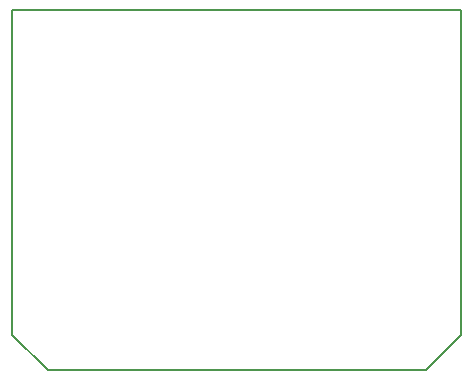
<source format=gm1>
G04 #@! TF.GenerationSoftware,KiCad,Pcbnew,5.0.2-bee76a0~70~ubuntu18.04.1*
G04 #@! TF.CreationDate,2019-03-01T14:14:17+01:00*
G04 #@! TF.ProjectId,SINE_STIMULUS_charger,53494e45-5f53-4544-994d-554c55535f63,rev?*
G04 #@! TF.SameCoordinates,Original*
G04 #@! TF.FileFunction,Profile,NP*
%FSLAX46Y46*%
G04 Gerber Fmt 4.6, Leading zero omitted, Abs format (unit mm)*
G04 Created by KiCad (PCBNEW 5.0.2-bee76a0~70~ubuntu18.04.1) date ven. 01 mars 2019 14:14:17 CET*
%MOMM*%
%LPD*%
G01*
G04 APERTURE LIST*
%ADD10C,0.150000*%
G04 APERTURE END LIST*
D10*
X121000000Y-90500000D02*
X124000000Y-87500000D01*
X89000000Y-90500000D02*
X121000000Y-90500000D01*
X86000000Y-87500000D02*
X89000000Y-90500000D01*
X86000000Y-60000000D02*
X86000000Y-87500000D01*
X86000000Y-60000000D02*
X98500000Y-60000000D01*
X124000000Y-60000000D02*
X124000000Y-87500000D01*
X111500000Y-60000000D02*
X124000000Y-60000000D01*
X111500000Y-60000000D02*
X98500000Y-60000000D01*
M02*

</source>
